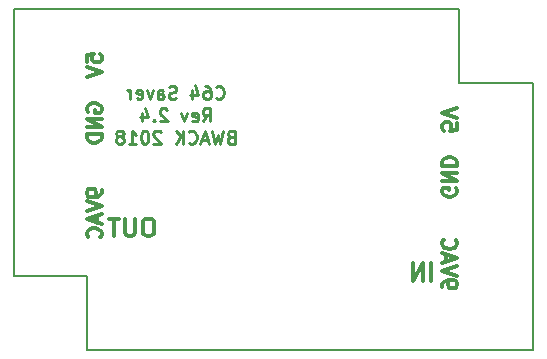
<source format=gbo>
G04 #@! TF.GenerationSoftware,KiCad,Pcbnew,5.1.4+dfsg1-1*
G04 #@! TF.CreationDate,2020-08-30T00:54:54+02:00*
G04 #@! TF.ProjectId,C64Saver2,43363453-6176-4657-9232-2e6b69636164,rev?*
G04 #@! TF.SameCoordinates,Original*
G04 #@! TF.FileFunction,Legend,Bot*
G04 #@! TF.FilePolarity,Positive*
%FSLAX46Y46*%
G04 Gerber Fmt 4.6, Leading zero omitted, Abs format (unit mm)*
G04 Created by KiCad (PCBNEW 5.1.4+dfsg1-1) date 2020-08-30 00:54:54*
%MOMM*%
%LPD*%
G04 APERTURE LIST*
%ADD10C,0.300000*%
%ADD11C,0.150000*%
%ADD12C,0.250000*%
G04 APERTURE END LIST*
D10*
X152000000Y-101428571D02*
X151714285Y-101428571D01*
X151571428Y-101500000D01*
X151428571Y-101642857D01*
X151357142Y-101928571D01*
X151357142Y-102428571D01*
X151428571Y-102714285D01*
X151571428Y-102857142D01*
X151714285Y-102928571D01*
X152000000Y-102928571D01*
X152142857Y-102857142D01*
X152285714Y-102714285D01*
X152357142Y-102428571D01*
X152357142Y-101928571D01*
X152285714Y-101642857D01*
X152142857Y-101500000D01*
X152000000Y-101428571D01*
X150714285Y-101428571D02*
X150714285Y-102642857D01*
X150642857Y-102785714D01*
X150571428Y-102857142D01*
X150428571Y-102928571D01*
X150142857Y-102928571D01*
X150000000Y-102857142D01*
X149928571Y-102785714D01*
X149857142Y-102642857D01*
X149857142Y-101428571D01*
X149357142Y-101428571D02*
X148500000Y-101428571D01*
X148928571Y-102928571D02*
X148928571Y-101428571D01*
X175791714Y-106678571D02*
X175791714Y-105178571D01*
X175077428Y-106678571D02*
X175077428Y-105178571D01*
X174220285Y-106678571D01*
X174220285Y-105178571D01*
D11*
X140462000Y-106299000D02*
X140462000Y-83693000D01*
X146685000Y-106299000D02*
X140462000Y-106299000D01*
X146685000Y-112522000D02*
X146685000Y-106299000D01*
X184404000Y-112522000D02*
X146685000Y-112522000D01*
X184404000Y-89916000D02*
X184404000Y-112522000D01*
X178181000Y-89916000D02*
X184404000Y-89916000D01*
X178181000Y-83693000D02*
X178181000Y-89916000D01*
X140462000Y-83693000D02*
X178181000Y-83693000D01*
D12*
X157556571Y-91202857D02*
X157608952Y-91255238D01*
X157766095Y-91307619D01*
X157870857Y-91307619D01*
X158028000Y-91255238D01*
X158132761Y-91150476D01*
X158185142Y-91045714D01*
X158237523Y-90836190D01*
X158237523Y-90679047D01*
X158185142Y-90469523D01*
X158132761Y-90364761D01*
X158028000Y-90260000D01*
X157870857Y-90207619D01*
X157766095Y-90207619D01*
X157608952Y-90260000D01*
X157556571Y-90312380D01*
X156613714Y-90207619D02*
X156823238Y-90207619D01*
X156928000Y-90260000D01*
X156980380Y-90312380D01*
X157085142Y-90469523D01*
X157137523Y-90679047D01*
X157137523Y-91098095D01*
X157085142Y-91202857D01*
X157032761Y-91255238D01*
X156928000Y-91307619D01*
X156718476Y-91307619D01*
X156613714Y-91255238D01*
X156561333Y-91202857D01*
X156508952Y-91098095D01*
X156508952Y-90836190D01*
X156561333Y-90731428D01*
X156613714Y-90679047D01*
X156718476Y-90626666D01*
X156928000Y-90626666D01*
X157032761Y-90679047D01*
X157085142Y-90731428D01*
X157137523Y-90836190D01*
X155566095Y-90574285D02*
X155566095Y-91307619D01*
X155828000Y-90155238D02*
X156089904Y-90940952D01*
X155408952Y-90940952D01*
X154204190Y-91255238D02*
X154047047Y-91307619D01*
X153785142Y-91307619D01*
X153680380Y-91255238D01*
X153628000Y-91202857D01*
X153575619Y-91098095D01*
X153575619Y-90993333D01*
X153628000Y-90888571D01*
X153680380Y-90836190D01*
X153785142Y-90783809D01*
X153994666Y-90731428D01*
X154099428Y-90679047D01*
X154151809Y-90626666D01*
X154204190Y-90521904D01*
X154204190Y-90417142D01*
X154151809Y-90312380D01*
X154099428Y-90260000D01*
X153994666Y-90207619D01*
X153732761Y-90207619D01*
X153575619Y-90260000D01*
X152632761Y-91307619D02*
X152632761Y-90731428D01*
X152685142Y-90626666D01*
X152789904Y-90574285D01*
X152999428Y-90574285D01*
X153104190Y-90626666D01*
X152632761Y-91255238D02*
X152737523Y-91307619D01*
X152999428Y-91307619D01*
X153104190Y-91255238D01*
X153156571Y-91150476D01*
X153156571Y-91045714D01*
X153104190Y-90940952D01*
X152999428Y-90888571D01*
X152737523Y-90888571D01*
X152632761Y-90836190D01*
X152213714Y-90574285D02*
X151951809Y-91307619D01*
X151689904Y-90574285D01*
X150851809Y-91255238D02*
X150956571Y-91307619D01*
X151166095Y-91307619D01*
X151270857Y-91255238D01*
X151323238Y-91150476D01*
X151323238Y-90731428D01*
X151270857Y-90626666D01*
X151166095Y-90574285D01*
X150956571Y-90574285D01*
X150851809Y-90626666D01*
X150799428Y-90731428D01*
X150799428Y-90836190D01*
X151323238Y-90940952D01*
X150328000Y-91307619D02*
X150328000Y-90574285D01*
X150328000Y-90783809D02*
X150275619Y-90679047D01*
X150223238Y-90626666D01*
X150118476Y-90574285D01*
X150013714Y-90574285D01*
X156456571Y-93207619D02*
X156823238Y-92683809D01*
X157085142Y-93207619D02*
X157085142Y-92107619D01*
X156666095Y-92107619D01*
X156561333Y-92160000D01*
X156508952Y-92212380D01*
X156456571Y-92317142D01*
X156456571Y-92474285D01*
X156508952Y-92579047D01*
X156561333Y-92631428D01*
X156666095Y-92683809D01*
X157085142Y-92683809D01*
X155566095Y-93155238D02*
X155670857Y-93207619D01*
X155880380Y-93207619D01*
X155985142Y-93155238D01*
X156037523Y-93050476D01*
X156037523Y-92631428D01*
X155985142Y-92526666D01*
X155880380Y-92474285D01*
X155670857Y-92474285D01*
X155566095Y-92526666D01*
X155513714Y-92631428D01*
X155513714Y-92736190D01*
X156037523Y-92840952D01*
X155147047Y-92474285D02*
X154885142Y-93207619D01*
X154623238Y-92474285D01*
X153418476Y-92212380D02*
X153366095Y-92160000D01*
X153261333Y-92107619D01*
X152999428Y-92107619D01*
X152894666Y-92160000D01*
X152842285Y-92212380D01*
X152789904Y-92317142D01*
X152789904Y-92421904D01*
X152842285Y-92579047D01*
X153470857Y-93207619D01*
X152789904Y-93207619D01*
X152318476Y-93102857D02*
X152266095Y-93155238D01*
X152318476Y-93207619D01*
X152370857Y-93155238D01*
X152318476Y-93102857D01*
X152318476Y-93207619D01*
X151323238Y-92474285D02*
X151323238Y-93207619D01*
X151585142Y-92055238D02*
X151847047Y-92840952D01*
X151166095Y-92840952D01*
X158813714Y-94531428D02*
X158656571Y-94583809D01*
X158604190Y-94636190D01*
X158551809Y-94740952D01*
X158551809Y-94898095D01*
X158604190Y-95002857D01*
X158656571Y-95055238D01*
X158761333Y-95107619D01*
X159180380Y-95107619D01*
X159180380Y-94007619D01*
X158813714Y-94007619D01*
X158708952Y-94060000D01*
X158656571Y-94112380D01*
X158604190Y-94217142D01*
X158604190Y-94321904D01*
X158656571Y-94426666D01*
X158708952Y-94479047D01*
X158813714Y-94531428D01*
X159180380Y-94531428D01*
X158185142Y-94007619D02*
X157923238Y-95107619D01*
X157713714Y-94321904D01*
X157504190Y-95107619D01*
X157242285Y-94007619D01*
X156875619Y-94793333D02*
X156351809Y-94793333D01*
X156980380Y-95107619D02*
X156613714Y-94007619D01*
X156247047Y-95107619D01*
X155251809Y-95002857D02*
X155304190Y-95055238D01*
X155461333Y-95107619D01*
X155566095Y-95107619D01*
X155723238Y-95055238D01*
X155828000Y-94950476D01*
X155880380Y-94845714D01*
X155932761Y-94636190D01*
X155932761Y-94479047D01*
X155880380Y-94269523D01*
X155828000Y-94164761D01*
X155723238Y-94060000D01*
X155566095Y-94007619D01*
X155461333Y-94007619D01*
X155304190Y-94060000D01*
X155251809Y-94112380D01*
X154780380Y-95107619D02*
X154780380Y-94007619D01*
X154151809Y-95107619D02*
X154623238Y-94479047D01*
X154151809Y-94007619D02*
X154780380Y-94636190D01*
X152894666Y-94112380D02*
X152842285Y-94060000D01*
X152737523Y-94007619D01*
X152475619Y-94007619D01*
X152370857Y-94060000D01*
X152318476Y-94112380D01*
X152266095Y-94217142D01*
X152266095Y-94321904D01*
X152318476Y-94479047D01*
X152947047Y-95107619D01*
X152266095Y-95107619D01*
X151585142Y-94007619D02*
X151480380Y-94007619D01*
X151375619Y-94060000D01*
X151323238Y-94112380D01*
X151270857Y-94217142D01*
X151218476Y-94426666D01*
X151218476Y-94688571D01*
X151270857Y-94898095D01*
X151323238Y-95002857D01*
X151375619Y-95055238D01*
X151480380Y-95107619D01*
X151585142Y-95107619D01*
X151689904Y-95055238D01*
X151742285Y-95002857D01*
X151794666Y-94898095D01*
X151847047Y-94688571D01*
X151847047Y-94426666D01*
X151794666Y-94217142D01*
X151742285Y-94112380D01*
X151689904Y-94060000D01*
X151585142Y-94007619D01*
X150170857Y-95107619D02*
X150799428Y-95107619D01*
X150485142Y-95107619D02*
X150485142Y-94007619D01*
X150589904Y-94164761D01*
X150694666Y-94269523D01*
X150799428Y-94321904D01*
X149542285Y-94479047D02*
X149647047Y-94426666D01*
X149699428Y-94374285D01*
X149751809Y-94269523D01*
X149751809Y-94217142D01*
X149699428Y-94112380D01*
X149647047Y-94060000D01*
X149542285Y-94007619D01*
X149332761Y-94007619D01*
X149228000Y-94060000D01*
X149175619Y-94112380D01*
X149123238Y-94217142D01*
X149123238Y-94269523D01*
X149175619Y-94374285D01*
X149228000Y-94426666D01*
X149332761Y-94479047D01*
X149542285Y-94479047D01*
X149647047Y-94531428D01*
X149699428Y-94583809D01*
X149751809Y-94688571D01*
X149751809Y-94898095D01*
X149699428Y-95002857D01*
X149647047Y-95055238D01*
X149542285Y-95107619D01*
X149332761Y-95107619D01*
X149228000Y-95055238D01*
X149175619Y-95002857D01*
X149123238Y-94898095D01*
X149123238Y-94688571D01*
X149175619Y-94583809D01*
X149228000Y-94531428D01*
X149332761Y-94479047D01*
D10*
X147885476Y-99030476D02*
X147885476Y-99268571D01*
X147825952Y-99387619D01*
X147766428Y-99447142D01*
X147587857Y-99566190D01*
X147349761Y-99625714D01*
X146873571Y-99625714D01*
X146754523Y-99566190D01*
X146695000Y-99506666D01*
X146635476Y-99387619D01*
X146635476Y-99149523D01*
X146695000Y-99030476D01*
X146754523Y-98970952D01*
X146873571Y-98911428D01*
X147171190Y-98911428D01*
X147290238Y-98970952D01*
X147349761Y-99030476D01*
X147409285Y-99149523D01*
X147409285Y-99387619D01*
X147349761Y-99506666D01*
X147290238Y-99566190D01*
X147171190Y-99625714D01*
X146635476Y-99982857D02*
X147885476Y-100399523D01*
X146635476Y-100816190D01*
X147528333Y-101173333D02*
X147528333Y-101768571D01*
X147885476Y-101054285D02*
X146635476Y-101470952D01*
X147885476Y-101887619D01*
X147766428Y-103018571D02*
X147825952Y-102959047D01*
X147885476Y-102780476D01*
X147885476Y-102661428D01*
X147825952Y-102482857D01*
X147706904Y-102363809D01*
X147587857Y-102304285D01*
X147349761Y-102244761D01*
X147171190Y-102244761D01*
X146933095Y-102304285D01*
X146814047Y-102363809D01*
X146695000Y-102482857D01*
X146635476Y-102661428D01*
X146635476Y-102780476D01*
X146695000Y-102959047D01*
X146754523Y-103018571D01*
X146695000Y-92392619D02*
X146635476Y-92273571D01*
X146635476Y-92095000D01*
X146695000Y-91916428D01*
X146814047Y-91797380D01*
X146933095Y-91737857D01*
X147171190Y-91678333D01*
X147349761Y-91678333D01*
X147587857Y-91737857D01*
X147706904Y-91797380D01*
X147825952Y-91916428D01*
X147885476Y-92095000D01*
X147885476Y-92214047D01*
X147825952Y-92392619D01*
X147766428Y-92452142D01*
X147349761Y-92452142D01*
X147349761Y-92214047D01*
X147885476Y-92987857D02*
X146635476Y-92987857D01*
X147885476Y-93702142D01*
X146635476Y-93702142D01*
X147885476Y-94297380D02*
X146635476Y-94297380D01*
X146635476Y-94595000D01*
X146695000Y-94773571D01*
X146814047Y-94892619D01*
X146933095Y-94952142D01*
X147171190Y-95011666D01*
X147349761Y-95011666D01*
X147587857Y-94952142D01*
X147706904Y-94892619D01*
X147825952Y-94773571D01*
X147885476Y-94595000D01*
X147885476Y-94297380D01*
X146635476Y-88153904D02*
X146635476Y-87558666D01*
X147230714Y-87499142D01*
X147171190Y-87558666D01*
X147111666Y-87677714D01*
X147111666Y-87975333D01*
X147171190Y-88094380D01*
X147230714Y-88153904D01*
X147349761Y-88213428D01*
X147647380Y-88213428D01*
X147766428Y-88153904D01*
X147825952Y-88094380D01*
X147885476Y-87975333D01*
X147885476Y-87677714D01*
X147825952Y-87558666D01*
X147766428Y-87499142D01*
X146635476Y-88570571D02*
X147885476Y-88987238D01*
X146635476Y-89403904D01*
X177976523Y-93329095D02*
X177976523Y-93924333D01*
X177381285Y-93983857D01*
X177440809Y-93924333D01*
X177500333Y-93805285D01*
X177500333Y-93507666D01*
X177440809Y-93388619D01*
X177381285Y-93329095D01*
X177262238Y-93269571D01*
X176964619Y-93269571D01*
X176845571Y-93329095D01*
X176786047Y-93388619D01*
X176726523Y-93507666D01*
X176726523Y-93805285D01*
X176786047Y-93924333D01*
X176845571Y-93983857D01*
X177976523Y-92912428D02*
X176726523Y-92495761D01*
X177976523Y-92079095D01*
X177917000Y-98869380D02*
X177976523Y-98988428D01*
X177976523Y-99167000D01*
X177917000Y-99345571D01*
X177797952Y-99464619D01*
X177678904Y-99524142D01*
X177440809Y-99583666D01*
X177262238Y-99583666D01*
X177024142Y-99524142D01*
X176905095Y-99464619D01*
X176786047Y-99345571D01*
X176726523Y-99167000D01*
X176726523Y-99047952D01*
X176786047Y-98869380D01*
X176845571Y-98809857D01*
X177262238Y-98809857D01*
X177262238Y-99047952D01*
X176726523Y-98274142D02*
X177976523Y-98274142D01*
X176726523Y-97559857D01*
X177976523Y-97559857D01*
X176726523Y-96964619D02*
X177976523Y-96964619D01*
X177976523Y-96667000D01*
X177917000Y-96488428D01*
X177797952Y-96369380D01*
X177678904Y-96309857D01*
X177440809Y-96250333D01*
X177262238Y-96250333D01*
X177024142Y-96309857D01*
X176905095Y-96369380D01*
X176786047Y-96488428D01*
X176726523Y-96667000D01*
X176726523Y-96964619D01*
X176726523Y-107217523D02*
X176726523Y-106979428D01*
X176786047Y-106860380D01*
X176845571Y-106800857D01*
X177024142Y-106681809D01*
X177262238Y-106622285D01*
X177738428Y-106622285D01*
X177857476Y-106681809D01*
X177917000Y-106741333D01*
X177976523Y-106860380D01*
X177976523Y-107098476D01*
X177917000Y-107217523D01*
X177857476Y-107277047D01*
X177738428Y-107336571D01*
X177440809Y-107336571D01*
X177321761Y-107277047D01*
X177262238Y-107217523D01*
X177202714Y-107098476D01*
X177202714Y-106860380D01*
X177262238Y-106741333D01*
X177321761Y-106681809D01*
X177440809Y-106622285D01*
X177976523Y-106265142D02*
X176726523Y-105848476D01*
X177976523Y-105431809D01*
X177083666Y-105074666D02*
X177083666Y-104479428D01*
X176726523Y-105193714D02*
X177976523Y-104777047D01*
X176726523Y-104360380D01*
X176845571Y-103229428D02*
X176786047Y-103288952D01*
X176726523Y-103467523D01*
X176726523Y-103586571D01*
X176786047Y-103765142D01*
X176905095Y-103884190D01*
X177024142Y-103943714D01*
X177262238Y-104003238D01*
X177440809Y-104003238D01*
X177678904Y-103943714D01*
X177797952Y-103884190D01*
X177917000Y-103765142D01*
X177976523Y-103586571D01*
X177976523Y-103467523D01*
X177917000Y-103288952D01*
X177857476Y-103229428D01*
M02*

</source>
